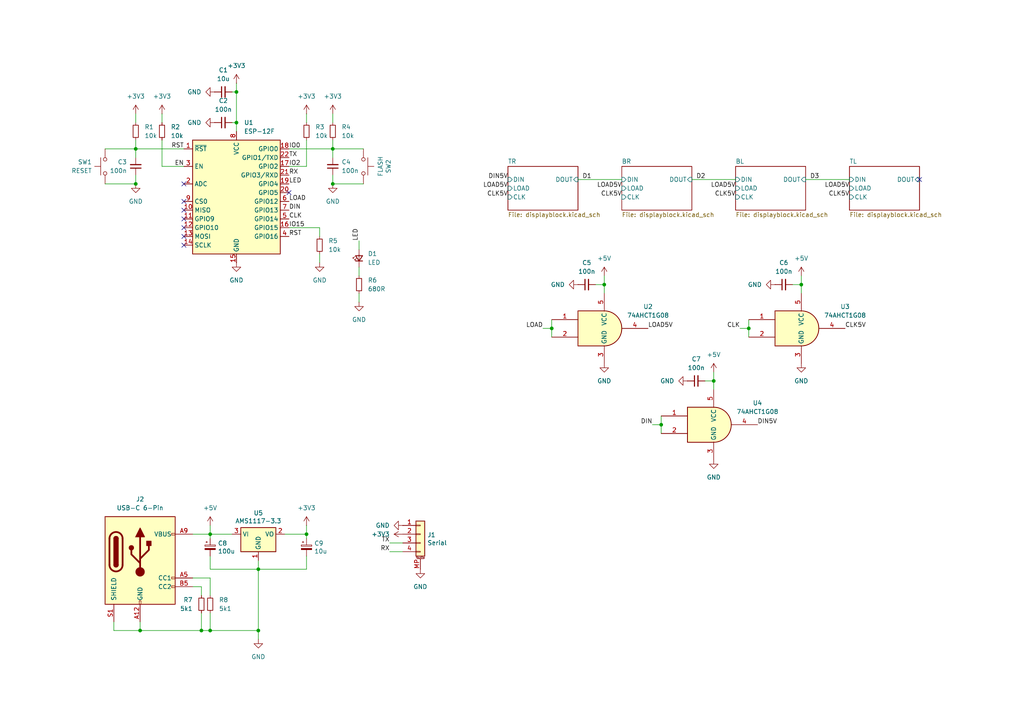
<source format=kicad_sch>
(kicad_sch (version 20231120) (generator "eeschema") (generator_version "8.0")
  (paper "A4")
  (title_block (title "climatedisplay") (date "${DATE}") (rev "${VERSION}") (company "Qetesh"))
  (lib_symbols
    (symbol "74xGxx:74AHCT1G08"
      (property "Reference" "U" (at -2.54 3.81 0))
      (property "Value" "74AHCT1G08" (at 0 -3.81 0))
      (symbol "74AHCT1G08_0_1"
        (arc (start 0 -5.08) (mid 5.0579 0) (end 0 5.08) (stroke (width 0.254)) (fill (type background)))
        (polyline (pts (xy 0 -5.08) (xy -7.62 -5.08) (xy -7.62 5.08) (xy 0 5.08)) (stroke (width 0.254)) (fill (type background)))
      )
      (symbol "74AHCT1G08_1_1"
        (pin input line (at -15.24 2.54 0) (length 7.62) (name "~") (number "1"))
        (pin input line (at -15.24 -2.54 0) (length 7.62) (name "~") (number "2"))
        (pin power_in line (at 0 -10.16 90) (length 5.08) (name "GND") (number "3"))
        (pin output line (at 12.7 0 180) (length 7.62) (name "~") (number "4"))
        (pin power_in line (at 0 10.16 270) (length 5.08) (name "VCC") (number "5"))
      )
    )
    (symbol "Connector:USB_C_Receptacle_PowerOnly_6P" (pin_names (offset 1.016))
      (property "Reference" "J" (at 0 16.51 0))
      (property "Value" "USB_C_Receptacle_PowerOnly_6P" (at 0 13.97 0))
      (symbol "USB_C_Receptacle_PowerOnly_6P_0_0"
        (rectangle (start -0.254 -12.7) (end 0.254 -11.684))
        (rectangle (start 10.16 -7.366) (end 9.144 -7.874))
        (rectangle (start 10.16 -4.826) (end 9.144 -5.334))
        (rectangle (start 10.16 7.874) (end 9.144 7.366))
      )
      (symbol "USB_C_Receptacle_PowerOnly_6P_0_1"
        (rectangle (start -10.16 12.7) (end 10.16 -12.7) (stroke (width 0.254)) (fill (type background)))
        (arc (start -8.89 -1.27) (mid -6.985 -3.1667) (end -5.08 -1.27) (stroke (width 0.508)))
        (arc (start -7.62 -1.27) (mid -6.985 -1.9023) (end -6.35 -1.27) (stroke (width 0.254)))
        (arc (start -7.62 -1.27) (mid -6.985 -1.9023) (end -6.35 -1.27) (stroke (width 0.254)) (fill (type outline)))
        (rectangle (start -7.62 -1.27) (end -6.35 6.35) (stroke (width 0.254)) (fill (type outline)))
        (arc (start -6.35 6.35) (mid -6.985 6.9823) (end -7.62 6.35) (stroke (width 0.254)))
        (arc (start -6.35 6.35) (mid -6.985 6.9823) (end -7.62 6.35) (stroke (width 0.254)) (fill (type outline)))
        (arc (start -5.08 6.35) (mid -6.985 8.2467) (end -8.89 6.35) (stroke (width 0.508)))
        (circle (center -2.54 3.683) (radius 0.635) (stroke (width 0.254)) (fill (type outline)))
        (circle (center 0 -3.302) (radius 1.27) (fill (type outline)))
        (polyline (pts (xy -8.89 -1.27) (xy -8.89 6.35)) (stroke (width 0.508)))
        (polyline (pts (xy -5.08 6.35) (xy -5.08 -1.27)) (stroke (width 0.508)))
        (polyline (pts (xy 0 -3.302) (xy 0 6.858)) (stroke (width 0.508)))
        (polyline (pts (xy 0 -0.762) (xy -2.54 1.778) (xy -2.54 3.048)) (stroke (width 0.508)))
        (polyline (pts (xy 0 0.508) (xy 2.54 3.048) (xy 2.54 4.318)) (stroke (width 0.508)))
        (polyline (pts (xy -1.27 6.858) (xy 0 9.398) (xy 1.27 6.858) (xy -1.27 6.858)) (stroke (width 0.254)) (fill (type outline)))
        (rectangle (start 1.905 4.318) (end 3.175 5.588) (stroke (width 0.254)) (fill (type outline)))
      )
      (symbol "USB_C_Receptacle_PowerOnly_6P_1_1"
        (pin passive line (at 0 -17.78 90) (length 5.08) (name "GND") (number "A12"))
        (pin bidirectional line (at 15.24 -5.08 180) (length 5.08) (name "CC1") (number "A5"))
        (pin passive line (at 15.24 7.62 180) (length 5.08) (name "VBUS") (number "A9"))
        (pin passive line (at 0 -17.78 90) (length 5.08) hide (name "GND") (number "B12"))
        (pin bidirectional line (at 15.24 -7.62 180) (length 5.08) (name "CC2") (number "B5"))
        (pin passive line (at 15.24 7.62 180) (length 5.08) hide (name "VBUS") (number "B9"))
        (pin passive line (at -7.62 -17.78 90) (length 5.08) (name "SHIELD") (number "S1"))
      )
    )
    (symbol "Connector_Generic_MountingPin:Conn_01x04_MountingPin" (pin_names (offset 1.016) hide)
      (property "Reference" "J" (at 0 5.08 0))
      (property "Value" "Conn_01x04_MountingPin" (at 1.27 -7.62 0))
      (symbol "Conn_01x04_MountingPin_1_1"
        (rectangle (start -1.27 -4.953) (end 0 -5.207) (stroke (width 0.1524)))
        (rectangle (start -1.27 -2.413) (end 0 -2.667) (stroke (width 0.1524)))
        (rectangle (start -1.27 0.127) (end 0 -0.127) (stroke (width 0.1524)))
        (rectangle (start -1.27 2.667) (end 0 2.413) (stroke (width 0.1524)))
        (rectangle (start -1.27 3.81) (end 1.27 -6.35) (stroke (width 0.254)) (fill (type background)))
        (polyline (pts (xy -1.016 -7.112) (xy 1.016 -7.112)) (stroke (width 0.1524)))
        (text "Mounting" (at 0 -6.731 0) (effects (font (size 0.381 0.381))))
        (pin passive line (at -5.08 2.54 0) (length 3.81) (name "Pin_1") (number "1"))
        (pin passive line (at -5.08 0 0) (length 3.81) (name "Pin_2") (number "2"))
        (pin passive line (at -5.08 -2.54 0) (length 3.81) (name "Pin_3") (number "3"))
        (pin passive line (at -5.08 -5.08 0) (length 3.81) (name "Pin_4") (number "4"))
        (pin passive line (at 0 -10.16 90) (length 3.048) (name "MountPin") (number "MP"))
      )
    )
    (symbol "Device:C_Polarized_Small" (pin_numbers hide) (pin_names (offset 0.254) hide)
      (property "Reference" "C" (at 0.254 1.778 0))
      (property "Value" "C_Polarized_Small" (at 0.254 -2.032 0))
      (symbol "C_Polarized_Small_0_1"
        (rectangle (start -1.524 -0.3048) (end 1.524 -0.6858) (fill (type outline)))
        (rectangle (start -1.524 0.6858) (end 1.524 0.3048))
        (polyline (pts (xy -1.27 1.524) (xy -0.762 1.524)))
        (polyline (pts (xy -1.016 1.27) (xy -1.016 1.778)))
      )
      (symbol "C_Polarized_Small_1_1"
        (pin passive line (at 0 2.54 270) (length 1.8542) (name "~") (number "1"))
        (pin passive line (at 0 -2.54 90) (length 1.8542) (name "~") (number "2"))
      )
    )
    (symbol "Device:C_Small" (pin_numbers hide) (pin_names (offset 0.254) hide)
      (property "Reference" "C" (at 0.254 1.778 0))
      (property "Value" "C_Small" (at 0.254 -2.032 0))
      (symbol "C_Small_0_1"
        (polyline (pts (xy -1.524 -0.508) (xy 1.524 -0.508)) (stroke (width 0.3302)))
        (polyline (pts (xy -1.524 0.508) (xy 1.524 0.508)) (stroke (width 0.3048)))
      )
      (symbol "C_Small_1_1"
        (pin passive line (at 0 2.54 270) (length 2.032) (name "~") (number "1"))
        (pin passive line (at 0 -2.54 90) (length 2.032) (name "~") (number "2"))
      )
    )
    (symbol "Device:LED_Small" (pin_numbers hide) (pin_names (offset 0.254) hide)
      (property "Reference" "D" (at -1.27 3.175 0))
      (property "Value" "LED_Small" (at -4.445 -2.54 0))
      (symbol "LED_Small_0_1"
        (polyline (pts (xy -0.762 -1.016) (xy -0.762 1.016)) (stroke (width 0.254)))
        (polyline (pts (xy 1.016 0) (xy -0.762 0)))
        (polyline (pts (xy 0.762 -1.016) (xy -0.762 0) (xy 0.762 1.016) (xy 0.762 -1.016)) (stroke (width 0.254)))
        (polyline (pts (xy 0 0.762) (xy -0.508 1.27) (xy -0.254 1.27) (xy -0.508 1.27) (xy -0.508 1.016)))
        (polyline (pts (xy 0.508 1.27) (xy 0 1.778) (xy 0.254 1.778) (xy 0 1.778) (xy 0 1.524)))
      )
      (symbol "LED_Small_1_1"
        (pin passive line (at -2.54 0 0) (length 1.778) (name "K") (number "1"))
        (pin passive line (at 2.54 0 180) (length 1.778) (name "A") (number "2"))
      )
    )
    (symbol "Device:R_Small" (pin_numbers hide) (pin_names (offset 0.254) hide)
      (property "Reference" "R" (at 0.762 0.508 0))
      (property "Value" "R_Small" (at 0.762 -1.016 0))
      (symbol "R_Small_0_1"
        (rectangle (start -0.762 1.778) (end 0.762 -1.778) (stroke (width 0.2032)))
      )
      (symbol "R_Small_1_1"
        (pin passive line (at 0 2.54 270) (length 0.762) (name "~") (number "1"))
        (pin passive line (at 0 -2.54 90) (length 0.762) (name "~") (number "2"))
      )
    )
    (symbol "RF_Module:ESP-12F"
      (property "Reference" "U" (at -12.7 19.05 0))
      (property "Value" "ESP-12F" (at 12.7 19.05 0))
      (symbol "ESP-12F_0_1"
        (rectangle (start -12.7 17.78) (end 12.7 -15.24) (stroke (width 0.254)) (fill (type background)))
      )
      (symbol "ESP-12F_1_1"
        (pin input line (at -15.24 15.24 0) (length 2.54) (name "~{RST}") (number "1"))
        (pin bidirectional line (at -15.24 -2.54 0) (length 2.54) (name "MISO") (number "10"))
        (pin bidirectional line (at -15.24 -5.08 0) (length 2.54) (name "GPIO9") (number "11"))
        (pin bidirectional line (at -15.24 -7.62 0) (length 2.54) (name "GPIO10") (number "12"))
        (pin bidirectional line (at -15.24 -10.16 0) (length 2.54) (name "MOSI") (number "13"))
        (pin bidirectional line (at -15.24 -12.7 0) (length 2.54) (name "SCLK") (number "14"))
        (pin power_in line (at 0 -17.78 90) (length 2.54) (name "GND") (number "15"))
        (pin bidirectional line (at 15.24 -7.62 180) (length 2.54) (name "GPIO15") (number "16"))
        (pin bidirectional line (at 15.24 10.16 180) (length 2.54) (name "GPIO2") (number "17"))
        (pin bidirectional line (at 15.24 15.24 180) (length 2.54) (name "GPIO0") (number "18"))
        (pin bidirectional line (at 15.24 5.08 180) (length 2.54) (name "GPIO4") (number "19"))
        (pin input line (at -15.24 5.08 0) (length 2.54) (name "ADC") (number "2"))
        (pin bidirectional line (at 15.24 2.54 180) (length 2.54) (name "GPIO5") (number "20"))
        (pin bidirectional line (at 15.24 7.62 180) (length 2.54) (name "GPIO3/RXD") (number "21"))
        (pin bidirectional line (at 15.24 12.7 180) (length 2.54) (name "GPIO1/TXD") (number "22"))
        (pin input line (at -15.24 10.16 0) (length 2.54) (name "EN") (number "3"))
        (pin bidirectional line (at 15.24 -10.16 180) (length 2.54) (name "GPIO16") (number "4"))
        (pin bidirectional line (at 15.24 -5.08 180) (length 2.54) (name "GPIO14") (number "5"))
        (pin bidirectional line (at 15.24 0 180) (length 2.54) (name "GPIO12") (number "6"))
        (pin bidirectional line (at 15.24 -2.54 180) (length 2.54) (name "GPIO13") (number "7"))
        (pin power_in line (at 0 20.32 270) (length 2.54) (name "VCC") (number "8"))
        (pin input line (at -15.24 0 0) (length 2.54) (name "CS0") (number "9"))
      )
    )
    (symbol "Regulator_Linear:AMS1117-3.3"
      (property "Reference" "U" (at -3.81 3.175 0))
      (property "Value" "AMS1117-3.3" (at 0 3.175 0))
      (symbol "AMS1117-3.3_0_1"
        (rectangle (start -5.08 -5.08) (end 5.08 1.905) (stroke (width 0.254)) (fill (type background)))
      )
      (symbol "AMS1117-3.3_1_1"
        (pin power_in line (at 0 -7.62 90) (length 2.54) (name "GND") (number "1"))
        (pin power_out line (at 7.62 0 180) (length 2.54) (name "VO") (number "2"))
        (pin power_in line (at -7.62 0 0) (length 2.54) (name "VI") (number "3"))
      )
    )
    (symbol "Switch:SW_Push" (pin_numbers hide) (pin_names (offset 1.016) hide)
      (property "Reference" "SW" (at 1.27 2.54 0))
      (property "Value" "SW_Push" (at 0 -1.524 0))
      (symbol "SW_Push_0_1"
        (circle (center -2.032 0) (radius 0.508))
        (polyline (pts (xy 0 1.27) (xy 0 3.048)))
        (polyline (pts (xy 2.54 1.27) (xy -2.54 1.27)))
        (circle (center 2.032 0) (radius 0.508))
        (pin passive line (at -5.08 0 0) (length 2.54) (name "1") (number "1"))
        (pin passive line (at 5.08 0 180) (length 2.54) (name "2") (number "2"))
      )
    )
    (symbol "power:+3V3" (power) (pin_numbers hide) (pin_names (offset 0) hide)
      (property "Value" "+3V3" (at 0 3.556 0))
      (symbol "+3V3_0_1"
        (polyline (pts (xy -0.762 1.27) (xy 0 2.54)))
        (polyline (pts (xy 0 0) (xy 0 2.54)))
        (polyline (pts (xy 0 2.54) (xy 0.762 1.27)))
      )
      (symbol "+3V3_1_1"
        (pin power_in line (at 0 0 90) (length 0) (name "~") (number "1"))
      )
    )
    (symbol "power:+5V" (power) (pin_numbers hide) (pin_names (offset 0) hide)
      (property "Value" "+5V" (at 0 3.556 0))
      (symbol "+5V_0_1"
        (polyline (pts (xy -0.762 1.27) (xy 0 2.54)))
        (polyline (pts (xy 0 0) (xy 0 2.54)))
        (polyline (pts (xy 0 2.54) (xy 0.762 1.27)))
      )
      (symbol "+5V_1_1"
        (pin power_in line (at 0 0 90) (length 0) (name "~") (number "1"))
      )
    )
    (symbol "power:GND" (power) (pin_numbers hide) (pin_names (offset 0) hide)
      (property "Value" "GND" (at 0 -3.81 0))
      (symbol "GND_0_1"
        (polyline (pts (xy 0 0) (xy 0 -1.27) (xy 1.27 -1.27) (xy 0 -2.54) (xy -1.27 -1.27) (xy 0 -1.27)))
      )
      (symbol "GND_1_1"
        (pin power_in line (at 0 0 270) (length 0) (name "~") (number "1"))
      )
    )
    (symbol "power:PWR_FLAG" (power) (pin_numbers hide) (pin_names (offset 0) hide)
      (property "Value" "PWR_FLAG" (at 0 3.81 0))
      (symbol "PWR_FLAG_0_0"
        (pin power_out line (at 0 0 90) (length 0) (name "~") (number "1"))
      )
      (symbol "PWR_FLAG_0_1"
        (polyline (pts (xy 0 0) (xy 0 1.27) (xy -1.016 1.905) (xy 0 2.54) (xy 1.016 1.905) (xy 0 1.27)))
      )
    )
  )
  (junction (at 60.96 182.88))
  (junction (at 68.58 35.56))
  (junction (at 207.01 110.49))
  (junction (at 175.26 82.55))
  (junction (at 60.96 154.94))
  (junction (at 217.17 95.25))
  (junction (at 68.58 26.67))
  (junction (at 58.42 182.88))
  (junction (at 191.77 123.19))
  (junction (at 39.37 53.34))
  (junction (at 96.52 43.18))
  (junction (at 74.93 165.1))
  (junction (at 74.93 182.88))
  (junction (at 96.52 53.34))
  (junction (at 40.64 182.88))
  (junction (at 232.41 82.55))
  (junction (at 88.9 154.94))
  (junction (at 39.37 43.18))
  (junction (at 160.02 95.25))
  (no_connect (at 53.34 63.5))
  (no_connect (at 53.34 58.42))
  (no_connect (at 53.34 53.34))
  (no_connect (at 53.34 68.58))
  (no_connect (at 53.34 60.96))
  (no_connect (at 53.34 71.12))
  (no_connect (at 53.34 66.04))
  (no_connect (at 266.7 52.07))
  (no_connect (at 83.82 55.88))
  (wire (pts (xy 233.68 52.07) (xy 246.38 52.07)))
  (wire (pts (xy 217.17 95.25) (xy 217.17 97.79)))
  (wire (pts (xy 96.52 43.18) (xy 105.41 43.18)))
  (wire (pts (xy 74.93 165.1) (xy 88.9 165.1)))
  (wire (pts (xy 58.42 177.8) (xy 58.42 182.88)))
  (wire (pts (xy 160.02 92.71) (xy 160.02 95.25)))
  (wire (pts (xy 191.77 123.19) (xy 189.23 123.19)))
  (wire (pts (xy 207.01 110.49) (xy 207.01 113.03)))
  (wire (pts (xy 58.42 182.88) (xy 40.64 182.88)))
  (wire (pts (xy 172.72 82.55) (xy 175.26 82.55)))
  (wire (pts (xy 191.77 120.65) (xy 191.77 123.19)))
  (wire (pts (xy 60.96 152.4) (xy 60.96 154.94)))
  (wire (pts (xy 82.55 154.94) (xy 88.9 154.94)))
  (wire (pts (xy 104.14 69.85) (xy 104.14 72.39)))
  (wire (pts (xy 40.64 180.34) (xy 40.64 182.88)))
  (wire (pts (xy 92.71 73.66) (xy 92.71 76.2)))
  (wire (pts (xy 160.02 95.25) (xy 160.02 97.79)))
  (wire (pts (xy 96.52 33.02) (xy 96.52 35.56)))
  (wire (pts (xy 88.9 48.26) (xy 83.82 48.26)))
  (wire (pts (xy 60.96 167.64) (xy 55.88 167.64)))
  (wire (pts (xy 175.26 80.01) (xy 175.26 82.55)))
  (wire (pts (xy 104.14 85.09) (xy 104.14 87.63)))
  (wire (pts (xy 74.93 165.1) (xy 74.93 182.88)))
  (wire (pts (xy 74.93 182.88) (xy 74.93 185.42)))
  (wire (pts (xy 39.37 43.18) (xy 53.34 43.18)))
  (wire (pts (xy 200.66 52.07) (xy 213.36 52.07)))
  (wire (pts (xy 113.03 160.02) (xy 116.84 160.02)))
  (wire (pts (xy 53.34 48.26) (xy 46.99 48.26)))
  (wire (pts (xy 68.58 35.56) (xy 68.58 38.1)))
  (wire (pts (xy 104.14 77.47) (xy 104.14 80.01)))
  (wire (pts (xy 191.77 123.19) (xy 191.77 125.73)))
  (wire (pts (xy 58.42 170.18) (xy 55.88 170.18)))
  (wire (pts (xy 232.41 82.55) (xy 232.41 85.09)))
  (wire (pts (xy 55.88 154.94) (xy 60.96 154.94)))
  (wire (pts (xy 207.01 107.95) (xy 207.01 110.49)))
  (wire (pts (xy 96.52 40.64) (xy 96.52 43.18)))
  (wire (pts (xy 60.96 177.8) (xy 60.96 182.88)))
  (wire (pts (xy 229.87 82.55) (xy 232.41 82.55)))
  (wire (pts (xy 68.58 26.67) (xy 68.58 35.56)))
  (wire (pts (xy 33.02 180.34) (xy 33.02 182.88)))
  (wire (pts (xy 74.93 162.56) (xy 74.93 165.1)))
  (wire (pts (xy 167.64 52.07) (xy 180.34 52.07)))
  (wire (pts (xy 96.52 53.34) (xy 105.41 53.34)))
  (wire (pts (xy 39.37 50.8) (xy 39.37 53.34)))
  (wire (pts (xy 67.31 35.56) (xy 68.58 35.56)))
  (wire (pts (xy 96.52 43.18) (xy 96.52 45.72)))
  (wire (pts (xy 88.9 152.4) (xy 88.9 154.94)))
  (wire (pts (xy 88.9 33.02) (xy 88.9 35.56)))
  (wire (pts (xy 175.26 82.55) (xy 175.26 85.09)))
  (wire (pts (xy 232.41 80.01) (xy 232.41 82.55)))
  (wire (pts (xy 60.96 172.72) (xy 60.96 167.64)))
  (wire (pts (xy 39.37 33.02) (xy 39.37 35.56)))
  (wire (pts (xy 60.96 165.1) (xy 74.93 165.1)))
  (wire (pts (xy 92.71 66.04) (xy 83.82 66.04)))
  (wire (pts (xy 204.47 110.49) (xy 207.01 110.49)))
  (wire (pts (xy 217.17 95.25) (xy 214.63 95.25)))
  (wire (pts (xy 83.82 43.18) (xy 96.52 43.18)))
  (wire (pts (xy 88.9 165.1) (xy 88.9 161.29)))
  (wire (pts (xy 217.17 92.71) (xy 217.17 95.25)))
  (wire (pts (xy 30.48 53.34) (xy 39.37 53.34)))
  (wire (pts (xy 60.96 161.29) (xy 60.96 165.1)))
  (wire (pts (xy 160.02 95.25) (xy 157.48 95.25)))
  (wire (pts (xy 30.48 43.18) (xy 39.37 43.18)))
  (wire (pts (xy 33.02 182.88) (xy 40.64 182.88)))
  (wire (pts (xy 92.71 68.58) (xy 92.71 66.04)))
  (wire (pts (xy 96.52 50.8) (xy 96.52 53.34)))
  (wire (pts (xy 74.93 182.88) (xy 60.96 182.88)))
  (wire (pts (xy 39.37 40.64) (xy 39.37 43.18)))
  (wire (pts (xy 68.58 24.13) (xy 68.58 26.67)))
  (wire (pts (xy 46.99 33.02) (xy 46.99 35.56)))
  (wire (pts (xy 60.96 182.88) (xy 58.42 182.88)))
  (wire (pts (xy 60.96 156.21) (xy 60.96 154.94)))
  (wire (pts (xy 88.9 40.64) (xy 88.9 48.26)))
  (wire (pts (xy 113.03 157.48) (xy 116.84 157.48)))
  (wire (pts (xy 58.42 172.72) (xy 58.42 170.18)))
  (wire (pts (xy 46.99 48.26) (xy 46.99 40.64)))
  (wire (pts (xy 39.37 43.18) (xy 39.37 45.72)))
  (wire (pts (xy 88.9 154.94) (xy 88.9 156.21)))
  (wire (pts (xy 60.96 154.94) (xy 67.31 154.94)))
  (wire (pts (xy 67.31 26.67) (xy 68.58 26.67)))
  (label "IO0" (at 83.82 43.18 0))
  (label "D3" (at 234.95 52.07 0))
  (label "CLK" (at 214.63 95.25 180))
  (label "CLK5V" (at 147.32 57.15 180))
  (label "DIN5V" (at 147.32 52.07 180))
  (label "RST" (at 53.34 43.18 180))
  (label "RX" (at 113.03 160.02 180))
  (label "TX" (at 113.03 157.48 180))
  (label "IO2" (at 83.82 48.26 0))
  (label "LED" (at 104.14 69.85 90))
  (label "RX" (at 83.82 50.8 0))
  (label "DIN5V" (at 219.71 123.19 0))
  (label "CLK5V" (at 180.34 57.15 180))
  (label "RST" (at 83.82 68.58 0))
  (label "LOAD" (at 157.48 95.25 180))
  (label "D1" (at 168.91 52.07 0))
  (label "IO15" (at 83.82 66.04 0))
  (label "EN" (at 53.34 48.26 180))
  (label "CLK5V" (at 246.38 57.15 180))
  (label "LOAD5V" (at 180.34 54.61 180))
  (label "LOAD5V" (at 213.36 54.61 180))
  (label "TX" (at 83.82 45.72 0))
  (label "D2" (at 201.93 52.07 0))
  (label "LOAD5V" (at 246.38 54.61 180))
  (label "CLK5V" (at 245.11 95.25 0))
  (label "CLK" (at 83.82 63.5 0))
  (label "LOAD5V" (at 147.32 54.61 180))
  (label "DIN" (at 83.82 60.96 0))
  (label "LOAD5V" (at 187.96 95.25 0))
  (label "LOAD" (at 83.82 58.42 0))
  (label "CLK5V" (at 213.36 57.15 180))
  (label "LED" (at 83.82 53.34 0))
  (label "DIN" (at 189.23 123.19 180))
  (symbol (lib_id "power:+3V3") (at 88.9 152.4 0) (unit 1)
    (property "Reference" "#PWR023" (effects (hide yes)))
    (property "Value" "+3V3" (at 88.9 147.32 0))
    (property "Description" "Power symbol creates a global label with name \"+3V3\"" (effects (hide yes)))
  )
  (symbol (lib_id "power:+5V") (at 60.96 152.4 0) (unit 1)
    (property "Reference" "#PWR022" (effects (hide yes)))
    (property "Value" "+5V" (at 60.96 147.32 0))
    (property "Description" "Power symbol creates a global label with name \"+5V\"" (effects (hide yes)))
  )
  (symbol (lib_id "Switch:SW_Push") (at 30.48 48.26 90) (unit 1)
    (property "Reference" "SW1" (at 26.67 46.9899 90) (effects (justify left)))
    (property "Value" "RESET" (at 26.67 49.5299 90) (effects (justify left)))
    (property "Footprint" "Button_Switch_SMD:SW_Push_1P1T_XKB_TS-1187A" (effects (hide yes)))
    (property "LCSC" "C318884" (effects (hide yes)))
  )
  (symbol (lib_id "Regulator_Linear:AMS1117-3.3") (at 74.93 154.94 0) (unit 1)
    (property "Reference" "U5" (at 74.93 148.7932 0))
    (property "Value" "AMS1117-3.3" (at 74.93 151.1046 0))
    (property "Footprint" "Package_TO_SOT_SMD:SOT-223-3_TabPin2" (effects (hide yes)))
    (property "Datasheet" "http://www.advanced-monolithic.com/pdf/ds1117.pdf" (effects (hide yes)))
    (property "LCSC" "C6186" (effects (hide yes)))
  )
  (symbol (lib_id "Connector_Generic_MountingPin:Conn_01x04_MountingPin") (at 121.92 154.94 0) (unit 1)
    (property "Reference" "J1" (at 123.952 155.1432 0) (effects (justify left)))
    (property "Value" "Serial" (at 123.952 157.4546 0) (effects (justify left)))
    (property "Footprint" "Connector_JST:JST_PH_S4B-PH-SM4-TB_1x04-1MP_P2.00mm_Horizontal" (effects (hide yes)))
    (property "Description" "Generic connectable mounting pin connector, single row, 01x04, script generated (kicad-library-utils/schlib/autogen/connector/)" (effects (hide yes)))
  )
  (symbol (lib_id "power:+3V3") (at 116.84 154.94 90) (unit 1)
    (property "Reference" "#PWR025" (effects (hide yes)))
    (property "Value" "+3V3" (at 113.03 154.9399 90) (effects (justify left)))
    (property "Description" "Power symbol creates a global label with name \"+3V3\"" (effects (hide yes)))
  )
  (symbol (lib_id "power:GND") (at 116.84 152.4 270) (unit 1)
    (property "Reference" "#PWR024" (effects (hide yes)))
    (property "Value" "GND" (at 113.03 152.3999 90) (effects (justify right)))
    (property "Description" "Power symbol creates a global label with name \"GND\" , ground" (effects (hide yes)))
  )
  (symbol (lib_id "Device:C_Polarized_Small") (at 88.9 158.75 0) (unit 1)
    (property "Reference" "C9" (at 91.1352 157.5816 0) (effects (justify left)))
    (property "Value" "10u" (at 91.1352 159.893 0) (effects (justify left)))
    (property "Footprint" "Capacitor_Tantalum_SMD:CP_EIA-3216-18_Kemet-A" (effects (hide yes)))
    (property "Description" "Polarized capacitor, small symbol" (effects (hide yes)))
    (property "LCSC" "C7171" (effects (hide yes)))
  )
  (symbol (lib_id "Device:C_Polarized_Small") (at 60.96 158.75 0) (unit 1)
    (property "Reference" "C8" (at 63.1952 157.5816 0) (effects (justify left)))
    (property "Value" "100u" (at 63.1952 159.893 0) (effects (justify left)))
    (property "Footprint" "Capacitor_Tantalum_SMD:CP_EIA-3528-21_Kemet-B" (effects (hide yes)))
    (property "Description" "Polarized capacitor, small symbol" (effects (hide yes)))
    (property "LCSC" "C16133" (effects (hide yes)))
  )
  (symbol (lib_id "power:GND") (at 121.92 165.1 0) (unit 1)
    (property "Reference" "#PWR028" (effects (hide yes)))
    (property "Value" "GND" (at 121.92 170.18 0))
    (property "Description" "Power symbol creates a global label with name \"GND\" , ground" (effects (hide yes)))
  )
  (symbol (lib_id "power:+5V") (at 207.01 107.95 0) (unit 1)
    (property "Reference" "#PWR019" (effects (hide yes)))
    (property "Value" "+5V" (at 207.01 102.87 0))
    (property "Description" "Power symbol creates a global label with name \"+5V\"" (effects (hide yes)))
  )
  (symbol (lib_id "Device:R_Small") (at 58.42 175.26 0) (mirror y) (unit 1)
    (property "Reference" "R7" (at 55.88 173.9899 0) (effects (justify left)))
    (property "Value" "5k1" (at 55.88 176.5299 0) (effects (justify left)))
    (property "Footprint" "Resistor_SMD:R_0402_1005Metric" (effects (hide yes)))
    (property "Description" "Resistor, small symbol" (effects (hide yes)))
    (property "LCSC" "C25905" (effects (hide yes)))
  )
  (symbol (lib_id "power:GND") (at 207.01 133.35 0) (unit 1)
    (property "Reference" "#PWR021" (effects (hide yes)))
    (property "Value" "GND" (at 207.01 138.43 0))
    (property "Description" "Power symbol creates a global label with name \"GND\" , ground" (effects (hide yes)))
  )
  (symbol (lib_id "power:GND") (at 175.26 105.41 0) (unit 1)
    (property "Reference" "#PWR017" (effects (hide yes)))
    (property "Value" "GND" (at 175.26 110.49 0))
    (property "Description" "Power symbol creates a global label with name \"GND\" , ground" (effects (hide yes)))
  )
  (symbol (lib_id "power:+5V") (at 232.41 80.01 0) (unit 1)
    (property "Reference" "#PWR013" (effects (hide yes)))
    (property "Value" "+5V" (at 232.41 74.93 0))
    (property "Description" "Power symbol creates a global label with name \"+5V\"" (effects (hide yes)))
  )
  (symbol (lib_id "power:+5V") (at 175.26 80.01 0) (unit 1)
    (property "Reference" "#PWR012" (effects (hide yes)))
    (property "Value" "+5V" (at 175.26 74.93 0))
    (property "Description" "Power symbol creates a global label with name \"+5V\"" (effects (hide yes)))
  )
  (symbol (lib_id "RF_Module:ESP-12F") (at 68.58 58.42 0) (unit 1)
    (property "Reference" "U1" (at 70.7741 35.56 0) (effects (justify left)))
    (property "Value" "ESP-12F" (at 70.7741 38.1 0) (effects (justify left)))
    (property "Footprint" "RF_Module:ESP-12E" (effects (hide yes)))
    (property "Datasheet" "http://wiki.ai-thinker.com/_media/esp8266/esp8266_series_modules_user_manual_v1.1.pdf" (effects (hide yes)))
    (property "Description" "802.11 b/g/n Wi-Fi Module" (effects (hide yes)))
  )
  (symbol (lib_id "power:GND") (at 39.37 53.34 0) (unit 1)
    (property "Reference" "#PWR08" (effects (hide yes)))
    (property "Value" "GND" (at 39.37 58.42 0))
    (property "Description" "Power symbol creates a global label with name \"GND\" , ground" (effects (hide yes)))
  )
  (symbol (lib_id "Device:C_Small") (at 64.77 26.67 90) (unit 1)
    (property "Reference" "C1" (at 64.7763 20.32 90))
    (property "Value" "10u" (at 64.7763 22.86 90))
    (property "Footprint" "Capacitor_SMD:C_0402_1005Metric" (effects (hide yes)))
    (property "Description" "Unpolarized capacitor, small symbol" (effects (hide yes)))
    (property "LCSC" "C15525" (effects (hide yes)))
  )
  (symbol (lib_id "74xGxx:74AHCT1G08") (at 232.41 95.25 0) (unit 1)
    (property "Reference" "U3" (at 245.11 88.9314 0))
    (property "Value" "74AHCT1G08" (at 245.11 91.4714 0))
    (property "Footprint" "Package_TO_SOT_SMD:SOT-23-5" (effects (hide yes)))
    (property "Datasheet" "http://www.ti.com/lit/sg/scyt129e/scyt129e.pdf" (effects (hide yes)))
    (property "Description" "Single AND Gate, Low-Voltage CMOS" (effects (hide yes)))
    (property "LCSC" "C455047" (effects (hide yes)))
  )
  (symbol (lib_id "Device:C_Small") (at 201.93 110.49 90) (unit 1)
    (property "Reference" "C7" (at 201.9363 104.14 90))
    (property "Value" "100n" (at 201.9363 106.68 90))
    (property "Footprint" "Capacitor_SMD:C_0402_1005Metric" (effects (hide yes)))
    (property "Description" "Unpolarized capacitor, small symbol" (effects (hide yes)))
    (property "LCSC" "C1525" (effects (hide yes)))
  )
  (symbol (lib_id "power:+3V3") (at 68.58 24.13 0) (unit 1)
    (property "Reference" "#PWR01" (effects (hide yes)))
    (property "Value" "+3V3" (at 68.58 19.05 0))
    (property "Description" "Power symbol creates a global label with name \"+3V3\"" (effects (hide yes)))
  )
  (symbol (lib_id "power:PWR_FLAG") (at -26.67 161.29 0) (unit 1)
    (property "Reference" "#FLG01" (effects (hide yes)))
    (property "Value" "PWR_FLAG" (at -26.67 156.21 0))
    (property "Description" "Special symbol for telling ERC where power comes from" (effects (hide yes)))
  )
  (symbol (lib_id "74xGxx:74AHCT1G08") (at 207.01 123.19 0) (unit 1)
    (property "Reference" "U4" (at 219.71 116.8714 0))
    (property "Value" "74AHCT1G08" (at 219.71 119.4114 0))
    (property "Footprint" "Package_TO_SOT_SMD:SOT-23-5" (effects (hide yes)))
    (property "Datasheet" "http://www.ti.com/lit/sg/scyt129e/scyt129e.pdf" (effects (hide yes)))
    (property "Description" "Single AND Gate, Low-Voltage CMOS" (effects (hide yes)))
    (property "LCSC" "C455047" (effects (hide yes)))
  )
  (symbol (lib_id "Connector:USB_C_Receptacle_PowerOnly_6P") (at 40.64 162.56 0) (unit 1)
    (property "Reference" "J2" (at 40.64 144.78 0))
    (property "Value" "USB-C 6-Pin" (at 40.64 147.32 0))
    (property "Footprint" "USB4130-GF-A_REVA:GCT_USB4130-GF-A_REVA" (effects (hide yes)))
    (property "Datasheet" "https://www.usb.org/sites/default/files/documents/usb_type-c.zip" (effects (hide yes)))
    (property "Description" "USB Power-Only 6P Type-C Receptacle connector" (effects (hide yes)))
  )
  (symbol (lib_id "Switch:SW_Push") (at 105.41 48.26 270) (unit 1)
    (property "Reference" "SW2" (at 112.649 48.26 0))
    (property "Value" "FLASH" (at 110.3376 48.26 0))
    (property "Footprint" "Button_Switch_SMD:SW_Push_1P1T_XKB_TS-1187A" (effects (hide yes)))
    (property "LCSC" "C318884" (effects (hide yes)))
  )
  (symbol (lib_id "power:GND") (at 224.79 82.55 270) (unit 1)
    (property "Reference" "#PWR015" (effects (hide yes)))
    (property "Value" "GND" (at 220.98 82.5499 90) (effects (justify right)))
    (property "Description" "Power symbol creates a global label with name \"GND\" , ground" (effects (hide yes)))
  )
  (symbol (lib_id "power:GND") (at 92.71 76.2 0) (unit 1)
    (property "Reference" "#PWR011" (effects (hide yes)))
    (property "Value" "GND" (at 92.71 81.28 0))
    (property "Description" "Power symbol creates a global label with name \"GND\" , ground" (effects (hide yes)))
  )
  (symbol (lib_id "Device:LED_Small") (at 104.14 74.93 90) (unit 1)
    (property "Reference" "D1" (at 106.68 73.5964 90) (effects (justify right)))
    (property "Value" "LED" (at 106.68 76.1364 90) (effects (justify right)))
    (property "Footprint" "LED_SMD:LED_0603_1608Metric" (effects (hide yes)))
    (property "Description" "Light emitting diode, small symbol" (effects (hide yes)))
    (property "LCSC" "C2286" (effects (hide yes)))
  )
  (symbol (lib_id "74xGxx:74AHCT1G08") (at 175.26 95.25 0) (unit 1)
    (property "Reference" "U2" (at 187.96 88.9314 0))
    (property "Value" "74AHCT1G08" (at 187.96 91.4714 0))
    (property "Footprint" "Package_TO_SOT_SMD:SOT-23-5" (effects (hide yes)))
    (property "Datasheet" "http://www.ti.com/lit/sg/scyt129e/scyt129e.pdf" (effects (hide yes)))
    (property "Description" "Single AND Gate, Low-Voltage CMOS" (effects (hide yes)))
    (property "LCSC" "C455047" (effects (hide yes)))
  )
  (symbol (lib_id "power:+5V") (at -21.59 163.83 0) (unit 1)
    (property "Reference" "#PWR027" (effects (hide yes)))
    (property "Value" "+5V" (at -23.622 160.02 0) (effects (justify left)))
    (property "Description" "Power symbol creates a global label with name \"+5V\"" (effects (hide yes)))
  )
  (symbol (lib_id "Device:C_Small") (at 39.37 48.26 180) (unit 1)
    (property "Reference" "C3" (at 36.83 46.9835 0) (effects (justify left)))
    (property "Value" "100n" (at 36.83 49.5235 0) (effects (justify left)))
    (property "Footprint" "Capacitor_SMD:C_0402_1005Metric" (effects (hide yes)))
    (property "Description" "Unpolarized capacitor, small symbol" (effects (hide yes)))
    (property "LCSC" "C1525" (effects (hide yes)))
  )
  (symbol (lib_id "power:GND") (at 96.52 53.34 0) (unit 1)
    (property "Reference" "#PWR09" (effects (hide yes)))
    (property "Value" "GND" (at 96.52 58.42 0))
    (property "Description" "Power symbol creates a global label with name \"GND\" , ground" (effects (hide yes)))
  )
  (symbol (lib_id "Device:R_Small") (at 39.37 38.1 0) (unit 1)
    (property "Reference" "R1" (at 41.91 36.8299 0) (effects (justify left)))
    (property "Value" "10k" (at 41.91 39.3699 0) (effects (justify left)))
    (property "Footprint" "Resistor_SMD:R_0402_1005Metric" (effects (hide yes)))
    (property "Description" "Resistor, small symbol" (effects (hide yes)))
    (property "LCSC" "C25744" (effects (hide yes)))
  )
  (symbol (lib_id "power:GND") (at 62.23 26.67 270) (unit 1)
    (property "Reference" "#PWR02" (effects (hide yes)))
    (property "Value" "GND" (at 58.42 26.6699 90) (effects (justify right)))
    (property "Description" "Power symbol creates a global label with name \"GND\" , ground" (effects (hide yes)))
  )
  (symbol (lib_id "Device:R_Small") (at 104.14 82.55 0) (unit 1)
    (property "Reference" "R6" (at 106.68 81.2799 0) (effects (justify left)))
    (property "Value" "680R" (at 106.68 83.8199 0) (effects (justify left)))
    (property "Footprint" "Resistor_SMD:R_0402_1005Metric" (effects (hide yes)))
    (property "Description" "Resistor, small symbol" (effects (hide yes)))
    (property "LCSC" "C25130" (effects (hide yes)))
  )
  (symbol (lib_id "power:GND") (at 199.39 110.49 270) (unit 1)
    (property "Reference" "#PWR020" (effects (hide yes)))
    (property "Value" "GND" (at 195.58 110.4899 90) (effects (justify right)))
    (property "Description" "Power symbol creates a global label with name \"GND\" , ground" (effects (hide yes)))
  )
  (symbol (lib_id "Device:R_Small") (at 92.71 71.12 0) (unit 1)
    (property "Reference" "R5" (at 95.25 69.8499 0) (effects (justify left)))
    (property "Value" "10k" (at 95.25 72.3899 0) (effects (justify left)))
    (property "Footprint" "Resistor_SMD:R_0402_1005Metric" (effects (hide yes)))
    (property "Description" "Resistor, small symbol" (effects (hide yes)))
    (property "LCSC" "C25744" (effects (hide yes)))
  )
  (symbol (lib_id "power:+3V3") (at 88.9 33.02 0) (unit 1)
    (property "Reference" "#PWR05" (effects (hide yes)))
    (property "Value" "+3V3" (at 88.9 27.94 0))
    (property "Description" "Power symbol creates a global label with name \"+3V3\"" (effects (hide yes)))
  )
  (symbol (lib_id "Device:C_Small") (at 64.77 35.56 90) (unit 1)
    (property "Reference" "C2" (at 64.7763 29.21 90))
    (property "Value" "100n" (at 64.7763 31.75 90))
    (property "Footprint" "Capacitor_SMD:C_0402_1005Metric" (effects (hide yes)))
    (property "Description" "Unpolarized capacitor, small symbol" (effects (hide yes)))
    (property "LCSC" "C1525" (effects (hide yes)))
  )
  (symbol (lib_id "Device:C_Small") (at 170.18 82.55 90) (unit 1)
    (property "Reference" "C5" (at 170.1863 76.2 90))
    (property "Value" "100n" (at 170.1863 78.74 90))
    (property "Footprint" "Capacitor_SMD:C_0402_1005Metric" (effects (hide yes)))
    (property "Description" "Unpolarized capacitor, small symbol" (effects (hide yes)))
    (property "LCSC" "C1525" (effects (hide yes)))
  )
  (symbol (lib_id "Device:R_Small") (at 46.99 38.1 0) (unit 1)
    (property "Reference" "R2" (at 49.53 36.8299 0) (effects (justify left)))
    (property "Value" "10k" (at 49.53 39.3699 0) (effects (justify left)))
    (property "Footprint" "Resistor_SMD:R_0402_1005Metric" (effects (hide yes)))
    (property "Description" "Resistor, small symbol" (effects (hide yes)))
    (property "LCSC" "C25744" (effects (hide yes)))
  )
  (symbol (lib_id "Device:R_Small") (at 88.9 38.1 0) (unit 1)
    (property "Reference" "R3" (at 91.44 36.8299 0) (effects (justify left)))
    (property "Value" "10k" (at 91.44 39.3699 0) (effects (justify left)))
    (property "Footprint" "Resistor_SMD:R_0402_1005Metric" (effects (hide yes)))
    (property "Description" "Resistor, small symbol" (effects (hide yes)))
    (property "LCSC" "C25744" (effects (hide yes)))
  )
  (symbol (lib_id "power:GND") (at 167.64 82.55 270) (unit 1)
    (property "Reference" "#PWR014" (effects (hide yes)))
    (property "Value" "GND" (at 163.83 82.5499 90) (effects (justify right)))
    (property "Description" "Power symbol creates a global label with name \"GND\" , ground" (effects (hide yes)))
  )
  (symbol (lib_id "power:GND") (at 104.14 87.63 0) (unit 1)
    (property "Reference" "#PWR016" (effects (hide yes)))
    (property "Value" "GND" (at 104.14 92.71 0))
    (property "Description" "Power symbol creates a global label with name \"GND\" , ground" (effects (hide yes)))
  )
  (symbol (lib_id "Device:C_Small") (at 96.52 48.26 180) (unit 1)
    (property "Reference" "C4" (at 99.06 46.9835 0) (effects (justify right)))
    (property "Value" "100n" (at 99.06 49.5235 0) (effects (justify right)))
    (property "Footprint" "Capacitor_SMD:C_0402_1005Metric" (effects (hide yes)))
    (property "Description" "Unpolarized capacitor, small symbol" (effects (hide yes)))
    (property "LCSC" "C1525" (effects (hide yes)))
  )
  (symbol (lib_id "power:GND") (at 68.58 76.2 0) (unit 1)
    (property "Reference" "#PWR010" (effects (hide yes)))
    (property "Value" "GND" (at 68.58 81.28 0))
    (property "Description" "Power symbol creates a global label with name \"GND\" , ground" (effects (hide yes)))
  )
  (symbol (lib_id "power:+3V3") (at 46.99 33.02 0) (unit 1)
    (property "Reference" "#PWR04" (effects (hide yes)))
    (property "Value" "+3V3" (at 46.99 27.94 0))
    (property "Description" "Power symbol creates a global label with name \"+3V3\"" (effects (hide yes)))
  )
  (symbol (lib_id "power:GND") (at 62.23 35.56 270) (unit 1)
    (property "Reference" "#PWR07" (effects (hide yes)))
    (property "Value" "GND" (at 58.42 35.5599 90) (effects (justify right)))
    (property "Description" "Power symbol creates a global label with name \"GND\" , ground" (effects (hide yes)))
  )
  (symbol (lib_id "power:PWR_FLAG") (at -21.59 163.83 180) (unit 1)
    (property "Reference" "#FLG02" (effects (hide yes)))
    (property "Value" "PWR_FLAG" (at -21.59 168.91 0))
    (property "Description" "Special symbol for telling ERC where power comes from" (effects (hide yes)))
  )
  (symbol (lib_id "power:+3V3") (at 96.52 33.02 0) (unit 1)
    (property "Reference" "#PWR06" (effects (hide yes)))
    (property "Value" "+3V3" (at 96.52 27.94 0))
    (property "Description" "Power symbol creates a global label with name \"+3V3\"" (effects (hide yes)))
  )
  (symbol (lib_id "power:GND") (at -26.67 161.29 0) (unit 1)
    (property "Reference" "#PWR026" (effects (hide yes)))
    (property "Value" "GND" (at -26.67 164.846 0))
    (property "Description" "Power symbol creates a global label with name \"GND\" , ground" (effects (hide yes)))
  )
  (symbol (lib_id "power:GND") (at 232.41 105.41 0) (unit 1)
    (property "Reference" "#PWR018" (effects (hide yes)))
    (property "Value" "GND" (at 232.41 110.49 0))
    (property "Description" "Power symbol creates a global label with name \"GND\" , ground" (effects (hide yes)))
  )
  (symbol (lib_id "power:GND") (at 74.93 185.42 0) (unit 1)
    (property "Reference" "#PWR029" (effects (hide yes)))
    (property "Value" "GND" (at 74.93 190.5 0))
    (property "Description" "Power symbol creates a global label with name \"GND\" , ground" (effects (hide yes)))
  )
  (symbol (lib_id "Device:R_Small") (at 96.52 38.1 0) (unit 1)
    (property "Reference" "R4" (at 99.06 36.8299 0) (effects (justify left)))
    (property "Value" "10k" (at 99.06 39.3699 0) (effects (justify left)))
    (property "Footprint" "Resistor_SMD:R_0402_1005Metric" (effects (hide yes)))
    (property "Description" "Resistor, small symbol" (effects (hide yes)))
    (property "LCSC" "C25744" (effects (hide yes)))
  )
  (symbol (lib_id "Device:R_Small") (at 60.96 175.26 0) (unit 1)
    (property "Reference" "R8" (at 63.5 173.9899 0) (effects (justify left)))
    (property "Value" "5k1" (at 63.5 176.5299 0) (effects (justify left)))
    (property "Footprint" "Resistor_SMD:R_0402_1005Metric" (effects (hide yes)))
    (property "Description" "Resistor, small symbol" (effects (hide yes)))
    (property "LCSC" "C25905" (effects (hide yes)))
  )
  (symbol (lib_id "Device:C_Small") (at 227.33 82.55 90) (unit 1)
    (property "Reference" "C6" (at 227.3363 76.2 90))
    (property "Value" "100n" (at 227.3363 78.74 90))
    (property "Footprint" "Capacitor_SMD:C_0402_1005Metric" (effects (hide yes)))
    (property "Description" "Unpolarized capacitor, small symbol" (effects (hide yes)))
    (property "LCSC" "C1525" (effects (hide yes)))
  )
  (symbol (lib_id "power:+3V3") (at 39.37 33.02 0) (unit 1)
    (property "Reference" "#PWR03" (effects (hide yes)))
    (property "Value" "+3V3" (at 39.37 27.94 0))
    (property "Description" "Power symbol creates a global label with name \"+3V3\"" (effects (hide yes)))
  )
  (sheet (at 246.38 48.26) (size 20.32 12.7)
    (property "Sheetname" "TL" (at 246.38 47.5484 0) (effects (justify left bottom)))
    (property "Sheetfile" "displayblock.kicad_sch" (at 246.38 61.5446 0) (effects (justify left top)))
    (pin "DIN" input (at 246.38 52.07 180))
    (pin "DOUT" input (at 266.7 52.07 0))
    (pin "LOAD" input (at 246.38 54.61 180))
    (pin "CLK" input (at 246.38 57.15 180))
  )
  (sheet (at 147.32 48.26) (size 20.32 12.7)
    (property "Sheetname" "TR" (at 147.32 47.5484 0) (effects (justify left bottom)))
    (property "Sheetfile" "displayblock.kicad_sch" (at 147.32 61.5446 0) (effects (justify left top)))
    (pin "DIN" input (at 147.32 52.07 180))
    (pin "DOUT" input (at 167.64 52.07 0))
    (pin "LOAD" input (at 147.32 54.61 180))
    (pin "CLK" input (at 147.32 57.15 180))
  )
  (sheet (at 213.36 48.26) (size 20.32 12.7)
    (property "Sheetname" "BL" (at 213.36 47.5484 0) (effects (justify left bottom)))
    (property "Sheetfile" "displayblock.kicad_sch" (at 213.36 61.5446 0) (effects (justify left top)))
    (pin "DIN" input (at 213.36 52.07 180))
    (pin "DOUT" input (at 233.68 52.07 0))
    (pin "LOAD" input (at 213.36 54.61 180))
    (pin "CLK" input (at 213.36 57.15 180))
  )
  (sheet (at 180.34 48.26) (size 20.32 12.7)
    (property "Sheetname" "BR" (at 180.34 47.5484 0) (effects (justify left bottom)))
    (property "Sheetfile" "displayblock.kicad_sch" (at 180.34 61.5446 0) (effects (justify left top)))
    (pin "DIN" input (at 180.34 52.07 180))
    (pin "LOAD" input (at 180.34 54.61 180))
    (pin "CLK" input (at 180.34 57.15 180))
    (pin "DOUT" input (at 200.66 52.07 0))
  )
)
</source>
